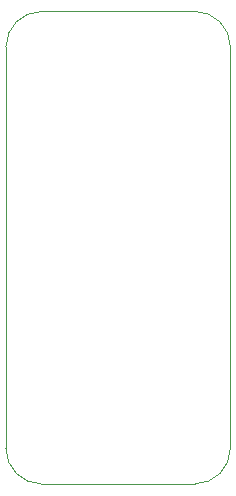
<source format=gbr>
%TF.GenerationSoftware,KiCad,Pcbnew,8.0.7*%
%TF.CreationDate,2024-12-24T16:41:46+01:00*%
%TF.ProjectId,USB2UART_PROG,55534232-5541-4525-945f-50524f472e6b,rev?*%
%TF.SameCoordinates,Original*%
%TF.FileFunction,Profile,NP*%
%FSLAX46Y46*%
G04 Gerber Fmt 4.6, Leading zero omitted, Abs format (unit mm)*
G04 Created by KiCad (PCBNEW 8.0.7) date 2024-12-24 16:41:46*
%MOMM*%
%LPD*%
G01*
G04 APERTURE LIST*
%TA.AperFunction,Profile*%
%ADD10C,0.050000*%
%TD*%
G04 APERTURE END LIST*
D10*
X144000000Y-101000000D02*
X131000000Y-101000000D01*
X147000000Y-64000000D02*
X147000000Y-98000000D01*
X144000000Y-61000000D02*
G75*
G02*
X147000000Y-64000000I0J-3000000D01*
G01*
X131000000Y-101000000D02*
G75*
G02*
X128000000Y-98000000I0J3000000D01*
G01*
X147000000Y-98000000D02*
G75*
G02*
X144000000Y-101000000I-3000000J0D01*
G01*
X131000000Y-61000000D02*
X144000000Y-61000000D01*
X128000000Y-64000000D02*
G75*
G02*
X131000000Y-61000000I3000000J0D01*
G01*
X128000000Y-98000000D02*
X128000000Y-64000000D01*
M02*

</source>
